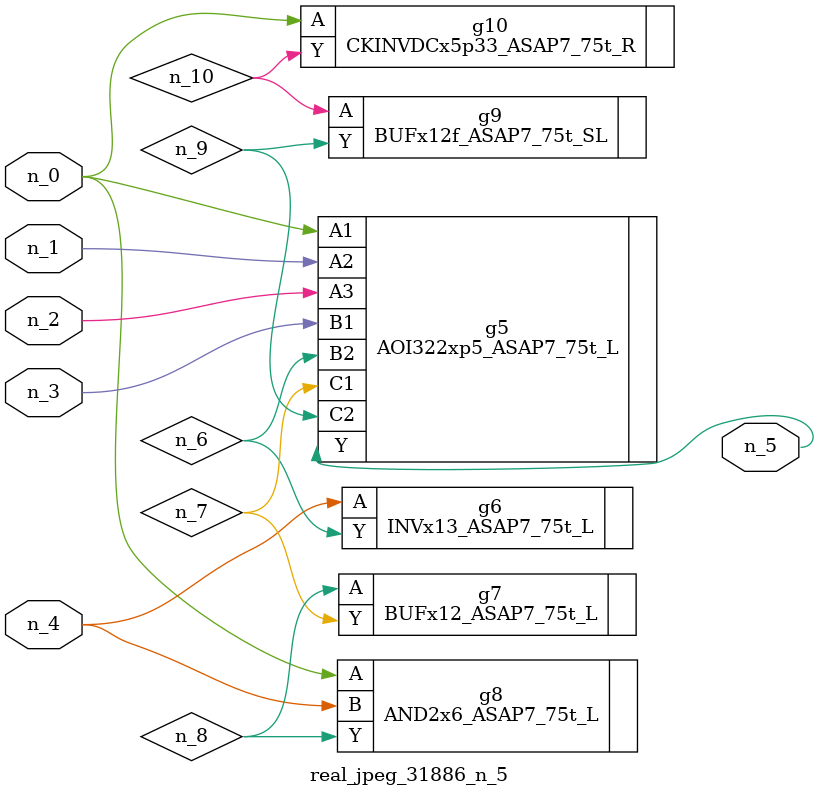
<source format=v>
module real_jpeg_31886_n_5 (n_4, n_0, n_1, n_2, n_3, n_5);

input n_4;
input n_0;
input n_1;
input n_2;
input n_3;

output n_5;

wire n_8;
wire n_6;
wire n_7;
wire n_10;
wire n_9;

AOI322xp5_ASAP7_75t_L g5 ( 
.A1(n_0),
.A2(n_1),
.A3(n_2),
.B1(n_3),
.B2(n_6),
.C1(n_7),
.C2(n_9),
.Y(n_5)
);

AND2x6_ASAP7_75t_L g8 ( 
.A(n_0),
.B(n_4),
.Y(n_8)
);

CKINVDCx5p33_ASAP7_75t_R g10 ( 
.A(n_0),
.Y(n_10)
);

INVx13_ASAP7_75t_L g6 ( 
.A(n_4),
.Y(n_6)
);

BUFx12_ASAP7_75t_L g7 ( 
.A(n_8),
.Y(n_7)
);

BUFx12f_ASAP7_75t_SL g9 ( 
.A(n_10),
.Y(n_9)
);


endmodule
</source>
